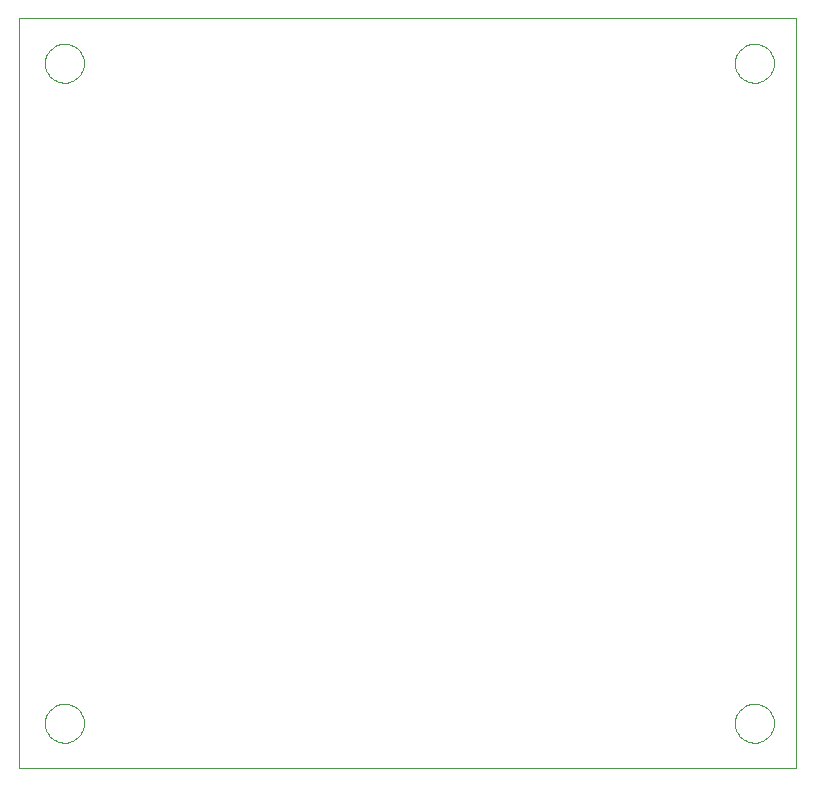
<source format=gbo>
G75*
G70*
%OFA0B0*%
%FSLAX24Y24*%
%IPPOS*%
%LPD*%
%AMOC8*
5,1,8,0,0,1.08239X$1,22.5*
%
%ADD10C,0.0000*%
D10*
X002146Y000347D02*
X002146Y025343D01*
X028016Y025343D01*
X028016Y000347D01*
X002146Y000347D01*
X002996Y001847D02*
X002998Y001897D01*
X003004Y001947D01*
X003014Y001997D01*
X003027Y002045D01*
X003044Y002093D01*
X003065Y002139D01*
X003089Y002183D01*
X003117Y002225D01*
X003148Y002265D01*
X003182Y002302D01*
X003219Y002337D01*
X003258Y002368D01*
X003299Y002397D01*
X003343Y002422D01*
X003389Y002444D01*
X003436Y002462D01*
X003484Y002476D01*
X003533Y002487D01*
X003583Y002494D01*
X003633Y002497D01*
X003684Y002496D01*
X003734Y002491D01*
X003784Y002482D01*
X003832Y002470D01*
X003880Y002453D01*
X003926Y002433D01*
X003971Y002410D01*
X004014Y002383D01*
X004054Y002353D01*
X004092Y002320D01*
X004127Y002284D01*
X004160Y002245D01*
X004189Y002204D01*
X004215Y002161D01*
X004238Y002116D01*
X004257Y002069D01*
X004272Y002021D01*
X004284Y001972D01*
X004292Y001922D01*
X004296Y001872D01*
X004296Y001822D01*
X004292Y001772D01*
X004284Y001722D01*
X004272Y001673D01*
X004257Y001625D01*
X004238Y001578D01*
X004215Y001533D01*
X004189Y001490D01*
X004160Y001449D01*
X004127Y001410D01*
X004092Y001374D01*
X004054Y001341D01*
X004014Y001311D01*
X003971Y001284D01*
X003926Y001261D01*
X003880Y001241D01*
X003832Y001224D01*
X003784Y001212D01*
X003734Y001203D01*
X003684Y001198D01*
X003633Y001197D01*
X003583Y001200D01*
X003533Y001207D01*
X003484Y001218D01*
X003436Y001232D01*
X003389Y001250D01*
X003343Y001272D01*
X003299Y001297D01*
X003258Y001326D01*
X003219Y001357D01*
X003182Y001392D01*
X003148Y001429D01*
X003117Y001469D01*
X003089Y001511D01*
X003065Y001555D01*
X003044Y001601D01*
X003027Y001649D01*
X003014Y001697D01*
X003004Y001747D01*
X002998Y001797D01*
X002996Y001847D01*
X025996Y001847D02*
X025998Y001897D01*
X026004Y001947D01*
X026014Y001997D01*
X026027Y002045D01*
X026044Y002093D01*
X026065Y002139D01*
X026089Y002183D01*
X026117Y002225D01*
X026148Y002265D01*
X026182Y002302D01*
X026219Y002337D01*
X026258Y002368D01*
X026299Y002397D01*
X026343Y002422D01*
X026389Y002444D01*
X026436Y002462D01*
X026484Y002476D01*
X026533Y002487D01*
X026583Y002494D01*
X026633Y002497D01*
X026684Y002496D01*
X026734Y002491D01*
X026784Y002482D01*
X026832Y002470D01*
X026880Y002453D01*
X026926Y002433D01*
X026971Y002410D01*
X027014Y002383D01*
X027054Y002353D01*
X027092Y002320D01*
X027127Y002284D01*
X027160Y002245D01*
X027189Y002204D01*
X027215Y002161D01*
X027238Y002116D01*
X027257Y002069D01*
X027272Y002021D01*
X027284Y001972D01*
X027292Y001922D01*
X027296Y001872D01*
X027296Y001822D01*
X027292Y001772D01*
X027284Y001722D01*
X027272Y001673D01*
X027257Y001625D01*
X027238Y001578D01*
X027215Y001533D01*
X027189Y001490D01*
X027160Y001449D01*
X027127Y001410D01*
X027092Y001374D01*
X027054Y001341D01*
X027014Y001311D01*
X026971Y001284D01*
X026926Y001261D01*
X026880Y001241D01*
X026832Y001224D01*
X026784Y001212D01*
X026734Y001203D01*
X026684Y001198D01*
X026633Y001197D01*
X026583Y001200D01*
X026533Y001207D01*
X026484Y001218D01*
X026436Y001232D01*
X026389Y001250D01*
X026343Y001272D01*
X026299Y001297D01*
X026258Y001326D01*
X026219Y001357D01*
X026182Y001392D01*
X026148Y001429D01*
X026117Y001469D01*
X026089Y001511D01*
X026065Y001555D01*
X026044Y001601D01*
X026027Y001649D01*
X026014Y001697D01*
X026004Y001747D01*
X025998Y001797D01*
X025996Y001847D01*
X025996Y023847D02*
X025998Y023897D01*
X026004Y023947D01*
X026014Y023997D01*
X026027Y024045D01*
X026044Y024093D01*
X026065Y024139D01*
X026089Y024183D01*
X026117Y024225D01*
X026148Y024265D01*
X026182Y024302D01*
X026219Y024337D01*
X026258Y024368D01*
X026299Y024397D01*
X026343Y024422D01*
X026389Y024444D01*
X026436Y024462D01*
X026484Y024476D01*
X026533Y024487D01*
X026583Y024494D01*
X026633Y024497D01*
X026684Y024496D01*
X026734Y024491D01*
X026784Y024482D01*
X026832Y024470D01*
X026880Y024453D01*
X026926Y024433D01*
X026971Y024410D01*
X027014Y024383D01*
X027054Y024353D01*
X027092Y024320D01*
X027127Y024284D01*
X027160Y024245D01*
X027189Y024204D01*
X027215Y024161D01*
X027238Y024116D01*
X027257Y024069D01*
X027272Y024021D01*
X027284Y023972D01*
X027292Y023922D01*
X027296Y023872D01*
X027296Y023822D01*
X027292Y023772D01*
X027284Y023722D01*
X027272Y023673D01*
X027257Y023625D01*
X027238Y023578D01*
X027215Y023533D01*
X027189Y023490D01*
X027160Y023449D01*
X027127Y023410D01*
X027092Y023374D01*
X027054Y023341D01*
X027014Y023311D01*
X026971Y023284D01*
X026926Y023261D01*
X026880Y023241D01*
X026832Y023224D01*
X026784Y023212D01*
X026734Y023203D01*
X026684Y023198D01*
X026633Y023197D01*
X026583Y023200D01*
X026533Y023207D01*
X026484Y023218D01*
X026436Y023232D01*
X026389Y023250D01*
X026343Y023272D01*
X026299Y023297D01*
X026258Y023326D01*
X026219Y023357D01*
X026182Y023392D01*
X026148Y023429D01*
X026117Y023469D01*
X026089Y023511D01*
X026065Y023555D01*
X026044Y023601D01*
X026027Y023649D01*
X026014Y023697D01*
X026004Y023747D01*
X025998Y023797D01*
X025996Y023847D01*
X002996Y023847D02*
X002998Y023897D01*
X003004Y023947D01*
X003014Y023997D01*
X003027Y024045D01*
X003044Y024093D01*
X003065Y024139D01*
X003089Y024183D01*
X003117Y024225D01*
X003148Y024265D01*
X003182Y024302D01*
X003219Y024337D01*
X003258Y024368D01*
X003299Y024397D01*
X003343Y024422D01*
X003389Y024444D01*
X003436Y024462D01*
X003484Y024476D01*
X003533Y024487D01*
X003583Y024494D01*
X003633Y024497D01*
X003684Y024496D01*
X003734Y024491D01*
X003784Y024482D01*
X003832Y024470D01*
X003880Y024453D01*
X003926Y024433D01*
X003971Y024410D01*
X004014Y024383D01*
X004054Y024353D01*
X004092Y024320D01*
X004127Y024284D01*
X004160Y024245D01*
X004189Y024204D01*
X004215Y024161D01*
X004238Y024116D01*
X004257Y024069D01*
X004272Y024021D01*
X004284Y023972D01*
X004292Y023922D01*
X004296Y023872D01*
X004296Y023822D01*
X004292Y023772D01*
X004284Y023722D01*
X004272Y023673D01*
X004257Y023625D01*
X004238Y023578D01*
X004215Y023533D01*
X004189Y023490D01*
X004160Y023449D01*
X004127Y023410D01*
X004092Y023374D01*
X004054Y023341D01*
X004014Y023311D01*
X003971Y023284D01*
X003926Y023261D01*
X003880Y023241D01*
X003832Y023224D01*
X003784Y023212D01*
X003734Y023203D01*
X003684Y023198D01*
X003633Y023197D01*
X003583Y023200D01*
X003533Y023207D01*
X003484Y023218D01*
X003436Y023232D01*
X003389Y023250D01*
X003343Y023272D01*
X003299Y023297D01*
X003258Y023326D01*
X003219Y023357D01*
X003182Y023392D01*
X003148Y023429D01*
X003117Y023469D01*
X003089Y023511D01*
X003065Y023555D01*
X003044Y023601D01*
X003027Y023649D01*
X003014Y023697D01*
X003004Y023747D01*
X002998Y023797D01*
X002996Y023847D01*
M02*

</source>
